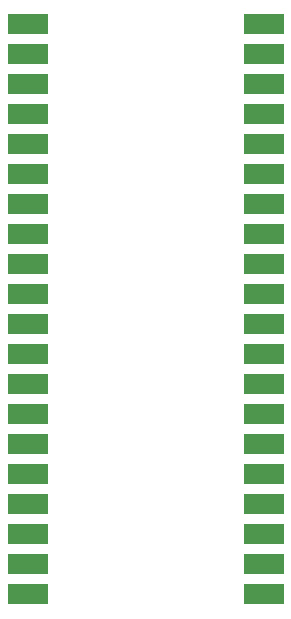
<source format=gbr>
G04 EAGLE Gerber RS-274X export*
G75*
%MOMM*%
%FSLAX34Y34*%
%LPD*%
%INSolderpaste Top*%
%IPPOS*%
%AMOC8*
5,1,8,0,0,1.08239X$1,22.5*%
G01*
G04 Define Apertures*
%ADD10R,3.500000X1.700000*%
D10*
X49860Y731340D03*
X49860Y705940D03*
X49860Y680540D03*
X49860Y655140D03*
X49860Y629740D03*
X49860Y604340D03*
X49860Y578940D03*
X49860Y553540D03*
X49860Y528140D03*
X49860Y502740D03*
X49860Y477340D03*
X49860Y451940D03*
X49860Y426540D03*
X49860Y401140D03*
X49860Y375740D03*
X49860Y350340D03*
X49860Y324940D03*
X49860Y299540D03*
X49860Y274140D03*
X49860Y248740D03*
X249860Y248740D03*
X249860Y274140D03*
X249860Y299540D03*
X249860Y324940D03*
X249860Y350340D03*
X249860Y375740D03*
X249860Y401140D03*
X249860Y426540D03*
X249860Y451940D03*
X249860Y477340D03*
X249860Y502740D03*
X249860Y528140D03*
X249860Y553540D03*
X249860Y578940D03*
X249860Y604340D03*
X249860Y629740D03*
X249860Y655140D03*
X249860Y680540D03*
X249860Y705940D03*
X249860Y731340D03*
M02*

</source>
